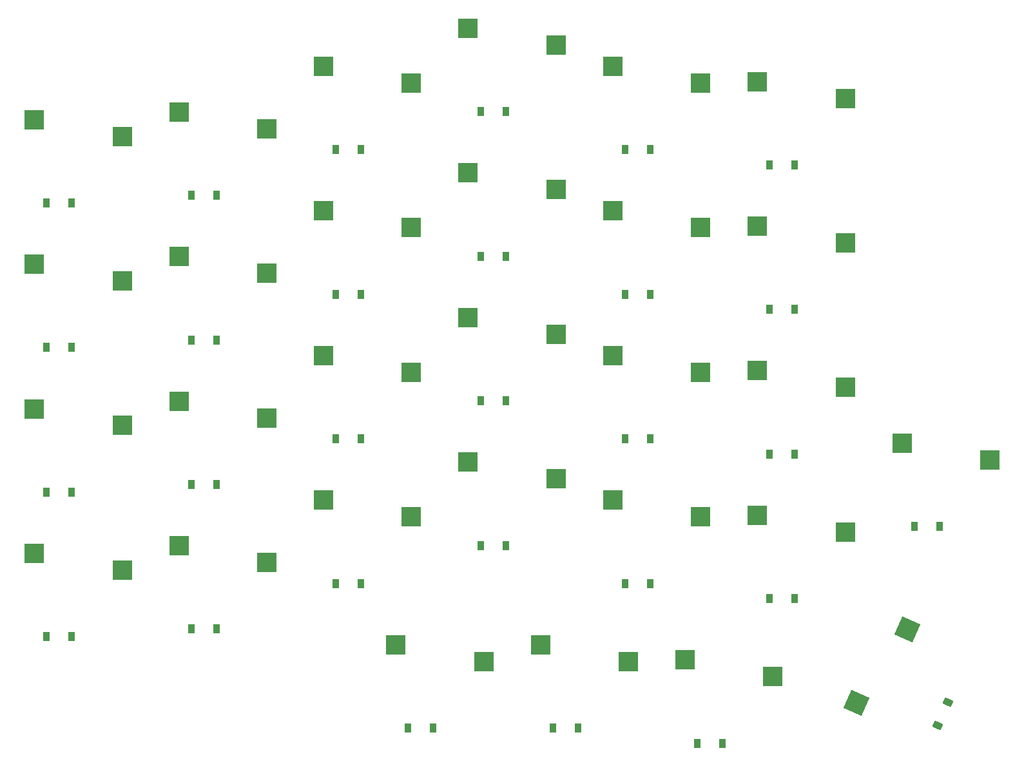
<source format=gbr>
%TF.GenerationSoftware,KiCad,Pcbnew,8.0.5*%
%TF.CreationDate,2024-11-30T23:52:13+01:00*%
%TF.ProjectId,left_finished,6c656674-5f66-4696-9e69-736865642e6b,v1.0.0*%
%TF.SameCoordinates,Original*%
%TF.FileFunction,Paste,Bot*%
%TF.FilePolarity,Positive*%
%FSLAX46Y46*%
G04 Gerber Fmt 4.6, Leading zero omitted, Abs format (unit mm)*
G04 Created by KiCad (PCBNEW 8.0.5) date 2024-11-30 23:52:13*
%MOMM*%
%LPD*%
G01*
G04 APERTURE LIST*
G04 Aperture macros list*
%AMRotRect*
0 Rectangle, with rotation*
0 The origin of the aperture is its center*
0 $1 length*
0 $2 width*
0 $3 Rotation angle, in degrees counterclockwise*
0 Add horizontal line*
21,1,$1,$2,0,0,$3*%
G04 Aperture macros list end*
%ADD10R,2.600000X2.600000*%
%ADD11R,0.900000X1.200000*%
%ADD12RotRect,2.600000X2.600000X66.000000*%
%ADD13RotRect,0.900000X1.200000X66.000000*%
G04 APERTURE END LIST*
D10*
%TO.C,S18*%
X220725000Y-138050000D03*
X232275000Y-140250000D03*
%TD*%
D11*
%TO.C,D6*%
X165350000Y-155000000D03*
X168650000Y-155000000D03*
%TD*%
%TO.C,D13*%
X203350000Y-163000000D03*
X206650000Y-163000000D03*
%TD*%
%TO.C,D16*%
X203350000Y-106000000D03*
X206650000Y-106000000D03*
%TD*%
%TO.C,D23*%
X241350000Y-132000000D03*
X244650000Y-132000000D03*
%TD*%
%TO.C,D2*%
X146350000Y-156000000D03*
X149650000Y-156000000D03*
%TD*%
D10*
%TO.C,S9*%
X182725000Y-157050000D03*
X194275000Y-159250000D03*
%TD*%
D11*
%TO.C,D29*%
X260350000Y-160500000D03*
X263650000Y-160500000D03*
%TD*%
%TO.C,D14*%
X203350000Y-144000000D03*
X206650000Y-144000000D03*
%TD*%
D10*
%TO.C,S27*%
X230225000Y-178050000D03*
X241775000Y-180250000D03*
%TD*%
%TO.C,S14*%
X201725000Y-133050000D03*
X213275000Y-135250000D03*
%TD*%
D11*
%TO.C,D8*%
X165350000Y-117000000D03*
X168650000Y-117000000D03*
%TD*%
D10*
%TO.C,S21*%
X239725000Y-159050000D03*
X251275000Y-161250000D03*
%TD*%
%TO.C,S23*%
X239725000Y-121050000D03*
X251275000Y-123250000D03*
%TD*%
D11*
%TO.C,D11*%
X184350000Y-130000000D03*
X187650000Y-130000000D03*
%TD*%
%TO.C,D3*%
X146350000Y-137000000D03*
X149650000Y-137000000D03*
%TD*%
D10*
%TO.C,S6*%
X163725000Y-144050000D03*
X175275000Y-146250000D03*
%TD*%
D11*
%TO.C,D10*%
X184350000Y-149000000D03*
X187650000Y-149000000D03*
%TD*%
%TO.C,D18*%
X222350000Y-149000000D03*
X225650000Y-149000000D03*
%TD*%
D12*
%TO.C,S28*%
X252732342Y-183671778D03*
X259439950Y-174015149D03*
%TD*%
D10*
%TO.C,S8*%
X163725000Y-106050000D03*
X175275000Y-108250000D03*
%TD*%
%TO.C,S12*%
X182725000Y-100050000D03*
X194275000Y-102250000D03*
%TD*%
D13*
%TO.C,D28*%
X263396612Y-186641033D03*
X264738842Y-183626333D03*
%TD*%
D10*
%TO.C,S7*%
X163725000Y-125050000D03*
X175275000Y-127250000D03*
%TD*%
D11*
%TO.C,D17*%
X222350000Y-168000000D03*
X225650000Y-168000000D03*
%TD*%
D10*
%TO.C,S4*%
X144725000Y-107050000D03*
X156275000Y-109250000D03*
%TD*%
%TO.C,S3*%
X144725000Y-126050000D03*
X156275000Y-128250000D03*
%TD*%
D11*
%TO.C,D27*%
X231850000Y-189000000D03*
X235150000Y-189000000D03*
%TD*%
D10*
%TO.C,S26*%
X211225000Y-176050000D03*
X222775000Y-178250000D03*
%TD*%
%TO.C,S2*%
X144725000Y-145050000D03*
X156275000Y-147250000D03*
%TD*%
D11*
%TO.C,D25*%
X193850000Y-187000000D03*
X197150000Y-187000000D03*
%TD*%
D10*
%TO.C,S17*%
X220725000Y-157050000D03*
X232275000Y-159250000D03*
%TD*%
D11*
%TO.C,D26*%
X212850000Y-187000000D03*
X216150000Y-187000000D03*
%TD*%
%TO.C,D9*%
X184350000Y-168000000D03*
X187650000Y-168000000D03*
%TD*%
D10*
%TO.C,S25*%
X192225000Y-176050000D03*
X203775000Y-178250000D03*
%TD*%
%TO.C,S29*%
X258725000Y-149550000D03*
X270275000Y-151750000D03*
%TD*%
%TO.C,S16*%
X201725000Y-95050000D03*
X213275000Y-97250000D03*
%TD*%
%TO.C,S5*%
X163725000Y-163050000D03*
X175275000Y-165250000D03*
%TD*%
D11*
%TO.C,D7*%
X165350000Y-136000000D03*
X168650000Y-136000000D03*
%TD*%
D10*
%TO.C,S10*%
X182725000Y-138050000D03*
X194275000Y-140250000D03*
%TD*%
D11*
%TO.C,D1*%
X146350000Y-175000000D03*
X149650000Y-175000000D03*
%TD*%
%TO.C,D19*%
X222350000Y-130000000D03*
X225650000Y-130000000D03*
%TD*%
%TO.C,D21*%
X241350000Y-170000000D03*
X244650000Y-170000000D03*
%TD*%
%TO.C,D24*%
X241350000Y-113000000D03*
X244650000Y-113000000D03*
%TD*%
%TO.C,D15*%
X203350000Y-125000000D03*
X206650000Y-125000000D03*
%TD*%
%TO.C,D4*%
X146350000Y-118000000D03*
X149650000Y-118000000D03*
%TD*%
D10*
%TO.C,S22*%
X239725000Y-140050000D03*
X251275000Y-142250000D03*
%TD*%
%TO.C,S19*%
X220725000Y-119050000D03*
X232275000Y-121250000D03*
%TD*%
D11*
%TO.C,D12*%
X184350000Y-111000000D03*
X187650000Y-111000000D03*
%TD*%
%TO.C,D20*%
X222350000Y-111000000D03*
X225650000Y-111000000D03*
%TD*%
%TO.C,D22*%
X241350000Y-151000000D03*
X244650000Y-151000000D03*
%TD*%
D10*
%TO.C,S24*%
X239725000Y-102050000D03*
X251275000Y-104250000D03*
%TD*%
%TO.C,S20*%
X220725000Y-100050000D03*
X232275000Y-102250000D03*
%TD*%
%TO.C,S11*%
X182725000Y-119050000D03*
X194275000Y-121250000D03*
%TD*%
D11*
%TO.C,D5*%
X165350000Y-174000000D03*
X168650000Y-174000000D03*
%TD*%
D10*
%TO.C,S1*%
X144725000Y-164050000D03*
X156275000Y-166250000D03*
%TD*%
%TO.C,S13*%
X201725000Y-152050000D03*
X213275000Y-154250000D03*
%TD*%
%TO.C,S15*%
X201725000Y-114050000D03*
X213275000Y-116250000D03*
%TD*%
M02*

</source>
